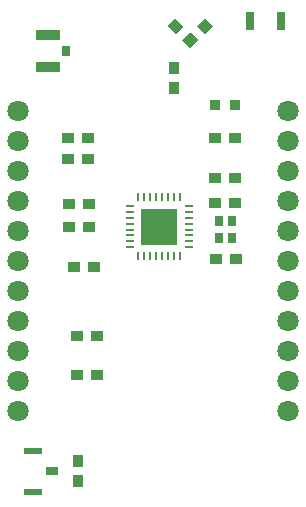
<source format=gtp>
%TF.GenerationSoftware,KiCad,Pcbnew,4.0.6*%
%TF.CreationDate,2017-10-26T23:28:33-04:00*%
%TF.ProjectId,ESP8285Lite,455350383238354C6974652E6B696361,rev?*%
%TF.FileFunction,Paste,Top*%
%FSLAX46Y46*%
G04 Gerber Fmt 4.6, Leading zero omitted, Abs format (unit mm)*
G04 Created by KiCad (PCBNEW 4.0.6) date 10/26/17 23:28:33*
%MOMM*%
%LPD*%
G01*
G04 APERTURE LIST*
%ADD10C,0.127000*%
%ADD11C,0.066040*%
%ADD12R,0.918220X0.918220*%
%ADD13C,1.799600*%
%ADD14R,0.707400X0.809000*%
%ADD15R,0.720000X1.520000*%
%ADD16R,0.204480X0.717560*%
%ADD17R,0.717560X0.204480*%
%ADD18R,3.069600X3.069600*%
%ADD19R,1.019820X0.918220*%
%ADD20R,2.119640X0.969020*%
%ADD21R,0.717560X0.918220*%
%ADD22R,0.918220X1.019820*%
%ADD23R,1.619260X0.519440*%
%ADD24R,1.019820X0.717560*%
G04 APERTURE END LIST*
D10*
D11*
X145478500Y-96276160D02*
X144180560Y-96276160D01*
X144180560Y-96276160D02*
X144180560Y-97574100D01*
X145478500Y-97574100D02*
X144180560Y-97574100D01*
X145478500Y-96276160D02*
X145478500Y-97574100D01*
X143880840Y-96276160D02*
X142582900Y-96276160D01*
X142582900Y-96276160D02*
X142582900Y-97574100D01*
X143880840Y-97574100D02*
X142582900Y-97574100D01*
X143880840Y-96276160D02*
X143880840Y-97574100D01*
X145478500Y-94678500D02*
X144180560Y-94678500D01*
X144180560Y-94678500D02*
X144180560Y-95976440D01*
X145478500Y-95976440D02*
X144180560Y-95976440D01*
X145478500Y-94678500D02*
X145478500Y-95976440D01*
X143880840Y-94678500D02*
X142582900Y-94678500D01*
X142582900Y-94678500D02*
X142582900Y-95976440D01*
X143880840Y-95976440D02*
X142582900Y-95976440D01*
X143880840Y-94678500D02*
X143880840Y-95976440D01*
D12*
X148729700Y-85852000D03*
X150482300Y-85852000D03*
D13*
X154940000Y-111760000D03*
X154940000Y-109220000D03*
X154940000Y-106680000D03*
X154940000Y-104140000D03*
X154940000Y-101600000D03*
X154940000Y-99060000D03*
X154940000Y-96520000D03*
X154940000Y-93980000D03*
X154940000Y-91440000D03*
X154940000Y-88900000D03*
X154940000Y-86360000D03*
D14*
X150205060Y-97083500D03*
X150205060Y-95686500D03*
X149117940Y-95686500D03*
X149117940Y-97083500D03*
D15*
X151735000Y-78740000D03*
X154335000Y-78740000D03*
D13*
X132080000Y-86360000D03*
X132080000Y-88900000D03*
X132080000Y-91440000D03*
X132080000Y-93980000D03*
X132080000Y-96520000D03*
X132080000Y-99060000D03*
X132080000Y-101600000D03*
X132080000Y-104140000D03*
X132080000Y-106680000D03*
X132080000Y-109220000D03*
X132080000Y-111760000D03*
D16*
X145778220Y-93626940D03*
X145280380Y-93626940D03*
X144780000Y-93626940D03*
X144279620Y-93626940D03*
X143781780Y-93626940D03*
X143281400Y-93626940D03*
X142781020Y-93626940D03*
X142283180Y-93626940D03*
D17*
X141531340Y-94378780D03*
X141531340Y-94876620D03*
X141531340Y-95377000D03*
X141531340Y-95877380D03*
X141531340Y-96375220D03*
X141531340Y-96875600D03*
X141531340Y-97375980D03*
X141531340Y-97873820D03*
D16*
X142283180Y-98625660D03*
X142781020Y-98625660D03*
X143281400Y-98625660D03*
X143781780Y-98625660D03*
X144279620Y-98625660D03*
X144780000Y-98625660D03*
X145280380Y-98625660D03*
X145778220Y-98625660D03*
D17*
X146530060Y-97873820D03*
X146530060Y-97375980D03*
X146530060Y-96875600D03*
X146530060Y-96375220D03*
X146530060Y-95877380D03*
X146530060Y-95377000D03*
X146530060Y-94876620D03*
X146530060Y-94378780D03*
D18*
X144030700Y-96126300D03*
D19*
X137073640Y-105410000D03*
X138770360Y-105410000D03*
X138516360Y-99568000D03*
X136819640Y-99568000D03*
X136438640Y-96139000D03*
X138135360Y-96139000D03*
X137073640Y-108712000D03*
X138770360Y-108712000D03*
X150573360Y-98900000D03*
X148876640Y-98900000D03*
X148800000Y-94100000D03*
X150496720Y-94100000D03*
X148757640Y-92000000D03*
X150454360Y-92000000D03*
X148757640Y-88646000D03*
X150454360Y-88646000D03*
X136311640Y-90424000D03*
X138008360Y-90424000D03*
X138008360Y-88646000D03*
X136311640Y-88646000D03*
D20*
X134620000Y-79905860D03*
X134620000Y-82654140D03*
D21*
X136144000Y-81280000D03*
D22*
X145288000Y-82717640D03*
X145288000Y-84414360D03*
D10*
G36*
X144764918Y-79120198D02*
X145414198Y-78470918D01*
X146135320Y-79192040D01*
X145486040Y-79841320D01*
X144764918Y-79120198D01*
X144764918Y-79120198D01*
G37*
G36*
X145964680Y-80319960D02*
X146613960Y-79670680D01*
X147335082Y-80391802D01*
X146685802Y-81041082D01*
X145964680Y-80319960D01*
X145964680Y-80319960D01*
G37*
G36*
X147955802Y-78470918D02*
X148605082Y-79120198D01*
X147883960Y-79841320D01*
X147234680Y-79192040D01*
X147955802Y-78470918D01*
X147955802Y-78470918D01*
G37*
G36*
X146756040Y-79670680D02*
X147405320Y-80319960D01*
X146684198Y-81041082D01*
X146034918Y-80391802D01*
X146756040Y-79670680D01*
X146756040Y-79670680D01*
G37*
D19*
X136438640Y-94234000D03*
X138135360Y-94234000D03*
D22*
X137160000Y-115991640D03*
X137160000Y-117688360D03*
D23*
X133350000Y-118587520D03*
X133350000Y-115092480D03*
D24*
X134998460Y-116840000D03*
M02*

</source>
